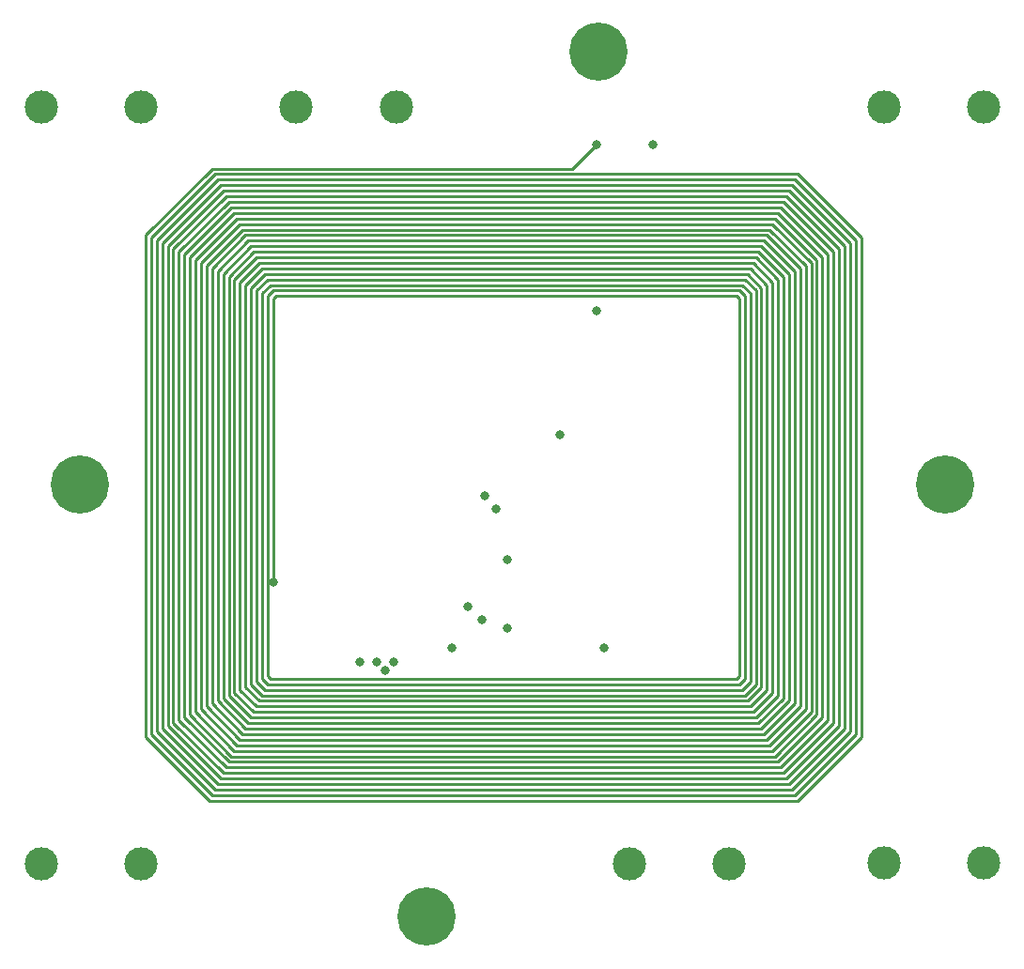
<source format=gbr>
%TF.GenerationSoftware,KiCad,Pcbnew,(5.1.10)-1*%
%TF.CreationDate,2022-05-09T17:44:24-07:00*%
%TF.ProjectId,solar-panel-side-Z,736f6c61-722d-4706-916e-656c2d736964,1.0*%
%TF.SameCoordinates,Original*%
%TF.FileFunction,Copper,L3,Inr*%
%TF.FilePolarity,Positive*%
%FSLAX46Y46*%
G04 Gerber Fmt 4.6, Leading zero omitted, Abs format (unit mm)*
G04 Created by KiCad (PCBNEW (5.1.10)-1) date 2022-05-09 17:44:24*
%MOMM*%
%LPD*%
G01*
G04 APERTURE LIST*
%TA.AperFunction,ComponentPad*%
%ADD10C,5.250000*%
%TD*%
%TA.AperFunction,ComponentPad*%
%ADD11C,3.000000*%
%TD*%
%TA.AperFunction,ViaPad*%
%ADD12C,0.800000*%
%TD*%
%TA.AperFunction,Conductor*%
%ADD13C,0.250000*%
%TD*%
G04 APERTURE END LIST*
D10*
%TO.N,Net-(J5-Pad1)*%
%TO.C,J5*%
X188500000Y-85000000D03*
%TD*%
%TO.N,Net-(J4-Pad1)*%
%TO.C,J4*%
X157250000Y-46000000D03*
%TD*%
%TO.N,Net-(J3-Pad1)*%
%TO.C,J3*%
X141750000Y-124000000D03*
%TD*%
%TO.N,Net-(J2-Pad1)*%
%TO.C,J2*%
X110500000Y-85000000D03*
%TD*%
D11*
%TO.N,Net-(SC5-Pad2)*%
%TO.C,SC5*%
X191952000Y-51008000D03*
%TO.N,Net-(D3-Pad2)*%
X182952000Y-51008000D03*
%TD*%
%TO.N,Net-(SC3-Pad2)*%
%TO.C,SC4*%
X169000000Y-119250000D03*
%TO.N,GND*%
X160000000Y-119250000D03*
%TD*%
%TO.N,Net-(SC5-Pad2)*%
%TO.C,SC6*%
X191952000Y-119172000D03*
%TO.N,GND*%
X182952000Y-119172000D03*
%TD*%
%TO.N,Net-(D2-Pad2)*%
%TO.C,SC3*%
X130000000Y-51000000D03*
%TO.N,Net-(SC3-Pad2)*%
X139000000Y-51000000D03*
%TD*%
%TO.N,GND*%
%TO.C,SC2*%
X107006000Y-119250000D03*
%TO.N,Net-(SC1-Pad2)*%
X116006000Y-119250000D03*
%TD*%
%TO.N,Net-(SC1-Pad2)*%
%TO.C,SC1*%
X116006000Y-51008000D03*
%TO.N,Net-(D1-Pad2)*%
X107006000Y-51008000D03*
%TD*%
D12*
%TO.N,GND*%
X138000000Y-101750000D03*
X157110000Y-69390000D03*
X153750000Y-80500000D03*
%TO.N,+3V3*%
X138750000Y-101000000D03*
X149000000Y-97950010D03*
X149000000Y-91750000D03*
%TO.N,VSOLAR*%
X157750000Y-99750000D03*
X144000000Y-99750000D03*
%TO.N,SDA*%
X135750000Y-101000000D03*
X145500000Y-96000000D03*
X147000000Y-86000000D03*
%TO.N,SCL*%
X146750000Y-97250000D03*
X137250000Y-101000000D03*
X148000000Y-87250000D03*
%TO.N,Net-(U2-Pad6)*%
X162110000Y-54352000D03*
X157030000Y-54352000D03*
X127924000Y-93782000D03*
%TD*%
D13*
%TO.N,Net-(U2-Pad6)*%
X127924000Y-93782000D02*
X127924000Y-93782000D01*
X122424000Y-65532000D02*
X125424000Y-62532000D01*
X123924000Y-59532000D02*
X173924000Y-59532000D01*
X124924000Y-66782000D02*
X126674000Y-65032000D01*
X171174000Y-65032000D02*
X172924000Y-66782000D01*
X178924000Y-63782000D02*
X178924000Y-106782000D01*
X173924000Y-111032000D02*
X123424000Y-111032000D01*
X172424000Y-67032000D02*
X172424000Y-103532000D01*
X179924000Y-63282000D02*
X179924000Y-107282000D01*
X122424000Y-104782000D02*
X122424000Y-65532000D01*
X119424000Y-106282000D02*
X119424000Y-64032000D01*
X120924000Y-64782000D02*
X124674000Y-61032000D01*
X175924000Y-105282000D02*
X172674000Y-108532000D01*
X124174000Y-60032000D02*
X173674000Y-60032000D01*
X116924000Y-62782000D02*
X122674000Y-57032000D01*
X123924000Y-110032000D02*
X119924000Y-106032000D01*
X179924000Y-107282000D02*
X174674000Y-112532000D01*
X125174000Y-107532000D02*
X122424000Y-104782000D01*
X122924000Y-112032000D02*
X117924000Y-107032000D01*
X178424000Y-64032000D02*
X178424000Y-106532000D01*
X173924000Y-59532000D02*
X178424000Y-64032000D01*
X126174000Y-105532000D02*
X124424000Y-103782000D01*
X119924000Y-106032000D02*
X119924000Y-64282000D01*
X177924000Y-106282000D02*
X173674000Y-110532000D01*
X172424000Y-103532000D02*
X170924000Y-105032000D01*
X124924000Y-103532000D02*
X124924000Y-66782000D01*
X180924000Y-107782000D02*
X175174000Y-113532000D01*
X123674000Y-110532000D02*
X119424000Y-106282000D01*
X117924000Y-63282000D02*
X123174000Y-58032000D01*
X172924000Y-103782000D02*
X171174000Y-105532000D01*
X122674000Y-57032000D02*
X175174000Y-57032000D01*
X173174000Y-61032000D02*
X176924000Y-64782000D01*
X174924000Y-65782000D02*
X174924000Y-104782000D01*
X170924000Y-65532000D02*
X172424000Y-67032000D01*
X170924000Y-105032000D02*
X126424000Y-105032000D01*
X174424000Y-58532000D02*
X179424000Y-63532000D01*
X126674000Y-65032000D02*
X171174000Y-65032000D01*
X122174000Y-113532000D02*
X116424000Y-107782000D01*
X126174000Y-64032000D02*
X171674000Y-64032000D01*
X122674000Y-112532000D02*
X117424000Y-107282000D01*
X126424000Y-105032000D02*
X124924000Y-103532000D01*
X126924000Y-65532000D02*
X170924000Y-65532000D01*
X171924000Y-67282000D02*
X171924000Y-103282000D01*
X116424000Y-62532000D02*
X122424000Y-56532000D01*
X121424000Y-105282000D02*
X121424000Y-65032000D01*
X125424000Y-67032000D02*
X126924000Y-65532000D01*
X177924000Y-64282000D02*
X177924000Y-106282000D01*
X123424000Y-66032000D02*
X125924000Y-63532000D01*
X119424000Y-64032000D02*
X123924000Y-59532000D01*
X125424000Y-103282000D02*
X125424000Y-67032000D01*
X170674000Y-104532000D02*
X126674000Y-104532000D01*
X118924000Y-63782000D02*
X123674000Y-59032000D01*
X173674000Y-60032000D02*
X177924000Y-64282000D01*
X127924000Y-67532000D02*
X169924000Y-67532000D01*
X175424000Y-105032000D02*
X172424000Y-108032000D01*
X126924000Y-104032000D02*
X125924000Y-103032000D01*
X174424000Y-104532000D02*
X171924000Y-107032000D01*
X127424000Y-102282000D02*
X127424000Y-68032000D01*
X169924000Y-68282000D02*
X169924000Y-102282000D01*
X173924000Y-66282000D02*
X173924000Y-104282000D01*
X178424000Y-106532000D02*
X173924000Y-111032000D01*
X127924000Y-68282000D02*
X128174000Y-68032000D01*
X118924000Y-106532000D02*
X118924000Y-63782000D01*
X124424000Y-60532000D02*
X173424000Y-60532000D01*
X127424000Y-68032000D02*
X127924000Y-67532000D01*
X169924000Y-67532000D02*
X170424000Y-68032000D01*
X170924000Y-67782000D02*
X170924000Y-102782000D01*
X118424000Y-106782000D02*
X118424000Y-63532000D01*
X171674000Y-106532000D02*
X125674000Y-106532000D01*
X123174000Y-58032000D02*
X174674000Y-58032000D01*
X178924000Y-106782000D02*
X174174000Y-111532000D01*
X170674000Y-66032000D02*
X171924000Y-67282000D01*
X126924000Y-67782000D02*
X127674000Y-67032000D01*
X179424000Y-107032000D02*
X174424000Y-112032000D01*
X171924000Y-63532000D02*
X174424000Y-66032000D01*
X174174000Y-111532000D02*
X123174000Y-111532000D01*
X172674000Y-108532000D02*
X124674000Y-108532000D01*
X128174000Y-68032000D02*
X169674000Y-68032000D01*
X170424000Y-104032000D02*
X126924000Y-104032000D01*
X127174000Y-66032000D02*
X170674000Y-66032000D01*
X123424000Y-104282000D02*
X123424000Y-66032000D01*
X174674000Y-112532000D02*
X122674000Y-112532000D01*
X180924000Y-62782000D02*
X180924000Y-107782000D01*
X169924000Y-102282000D02*
X169674000Y-102532000D01*
X172924000Y-66782000D02*
X172924000Y-103782000D01*
X173924000Y-104282000D02*
X171674000Y-106532000D01*
X177424000Y-106032000D02*
X173424000Y-110032000D01*
X116924000Y-107532000D02*
X116924000Y-62782000D01*
X171674000Y-64032000D02*
X173924000Y-66282000D01*
X180424000Y-63032000D02*
X180424000Y-107532000D01*
X175424000Y-65532000D02*
X175424000Y-105032000D01*
X123424000Y-58532000D02*
X174424000Y-58532000D01*
X122924000Y-104532000D02*
X122924000Y-65782000D01*
X171424000Y-106032000D02*
X125924000Y-106032000D01*
X174424000Y-112032000D02*
X122924000Y-112032000D01*
X174674000Y-58032000D02*
X179924000Y-63282000D01*
X169674000Y-102532000D02*
X127674000Y-102532000D01*
X179424000Y-63532000D02*
X179424000Y-107032000D01*
X174924000Y-57532000D02*
X180424000Y-63032000D01*
X170424000Y-68032000D02*
X170424000Y-102532000D01*
X127674000Y-102532000D02*
X127424000Y-102282000D01*
X126424000Y-64532000D02*
X171424000Y-64532000D01*
X173424000Y-66532000D02*
X173424000Y-104032000D01*
X127174000Y-103532000D02*
X126424000Y-102782000D01*
X124924000Y-108032000D02*
X121924000Y-105032000D01*
X125174000Y-62032000D02*
X172674000Y-62032000D01*
X175174000Y-113532000D02*
X122174000Y-113532000D01*
X122424000Y-113032000D02*
X116924000Y-107532000D01*
X125924000Y-67282000D02*
X127174000Y-66032000D01*
X171174000Y-105532000D02*
X126174000Y-105532000D01*
X125924000Y-63532000D02*
X171924000Y-63532000D01*
X124424000Y-66532000D02*
X126424000Y-64532000D01*
X124424000Y-103782000D02*
X124424000Y-66532000D01*
X171424000Y-103032000D02*
X170424000Y-104032000D01*
X117924000Y-107032000D02*
X117924000Y-63282000D01*
X173424000Y-110032000D02*
X123924000Y-110032000D01*
X169924000Y-103032000D02*
X127424000Y-103032000D01*
X124674000Y-61032000D02*
X173174000Y-61032000D01*
X125424000Y-62532000D02*
X172424000Y-62532000D01*
X127424000Y-103032000D02*
X126924000Y-102532000D01*
X122924000Y-57532000D02*
X174924000Y-57532000D01*
X121924000Y-105032000D02*
X121924000Y-65282000D01*
X174174000Y-59032000D02*
X178924000Y-63782000D01*
X171424000Y-67532000D02*
X171424000Y-103032000D01*
X124424000Y-109032000D02*
X120924000Y-105532000D01*
X125674000Y-106532000D02*
X123424000Y-104282000D01*
X127674000Y-67032000D02*
X170174000Y-67032000D01*
X126924000Y-102532000D02*
X126924000Y-67782000D01*
X125924000Y-106032000D02*
X123924000Y-104032000D01*
X175174000Y-57032000D02*
X180924000Y-62782000D01*
X172174000Y-107532000D02*
X125174000Y-107532000D01*
X172174000Y-63032000D02*
X174924000Y-65782000D01*
X125424000Y-107032000D02*
X122924000Y-104532000D01*
X170174000Y-67032000D02*
X170924000Y-67782000D01*
X172424000Y-108032000D02*
X124924000Y-108032000D01*
X180424000Y-107532000D02*
X174924000Y-113032000D01*
X126424000Y-67532000D02*
X127424000Y-66532000D01*
X122924000Y-65782000D02*
X125674000Y-63032000D01*
X127424000Y-66532000D02*
X170424000Y-66532000D01*
X170424000Y-66532000D02*
X171424000Y-67532000D01*
X169674000Y-68032000D02*
X169924000Y-68282000D01*
X123174000Y-111532000D02*
X118424000Y-106782000D01*
X177424000Y-64532000D02*
X177424000Y-106032000D01*
X123424000Y-111032000D02*
X118924000Y-106532000D01*
X171424000Y-64532000D02*
X173424000Y-66532000D01*
X120424000Y-105782000D02*
X120424000Y-64532000D01*
X123924000Y-104032000D02*
X123924000Y-66282000D01*
X123924000Y-66282000D02*
X126174000Y-64032000D01*
X126674000Y-104532000D02*
X125424000Y-103282000D01*
X173674000Y-110532000D02*
X123674000Y-110532000D01*
X176924000Y-105782000D02*
X173174000Y-109532000D01*
X173424000Y-60532000D02*
X177424000Y-64532000D01*
X126424000Y-102782000D02*
X126424000Y-67532000D01*
X172924000Y-109032000D02*
X124424000Y-109032000D01*
X171924000Y-107032000D02*
X125424000Y-107032000D01*
X173174000Y-109532000D02*
X124174000Y-109532000D01*
X121924000Y-65282000D02*
X125174000Y-62032000D01*
X172924000Y-61532000D02*
X176424000Y-65032000D01*
X117424000Y-63032000D02*
X122924000Y-57532000D01*
X171924000Y-103282000D02*
X170674000Y-104532000D01*
X127924000Y-93782000D02*
X127924000Y-68282000D01*
X121424000Y-65032000D02*
X124924000Y-61532000D01*
X176924000Y-64782000D02*
X176924000Y-105782000D01*
X174924000Y-104782000D02*
X172174000Y-107532000D01*
X174424000Y-66032000D02*
X174424000Y-104532000D01*
X125674000Y-63032000D02*
X172174000Y-63032000D01*
X170924000Y-102782000D02*
X170174000Y-103532000D01*
X123674000Y-59032000D02*
X174174000Y-59032000D01*
X120924000Y-105532000D02*
X120924000Y-64782000D01*
X118424000Y-63532000D02*
X123424000Y-58532000D01*
X119924000Y-64282000D02*
X124174000Y-60032000D01*
X120424000Y-64532000D02*
X124424000Y-60532000D01*
X173424000Y-104032000D02*
X171424000Y-106032000D01*
X116424000Y-107782000D02*
X116424000Y-62532000D01*
X172424000Y-62532000D02*
X175424000Y-65532000D01*
X174924000Y-113032000D02*
X122424000Y-113032000D01*
X170174000Y-103532000D02*
X127174000Y-103532000D01*
X117424000Y-107282000D02*
X117424000Y-63032000D01*
X170424000Y-102532000D02*
X169924000Y-103032000D01*
X124924000Y-61532000D02*
X172924000Y-61532000D01*
X124174000Y-109532000D02*
X120424000Y-105782000D01*
X153622000Y-56532000D02*
X154850000Y-56532000D01*
X175924000Y-65282000D02*
X175924000Y-105282000D01*
X176424000Y-65032000D02*
X176424000Y-105532000D01*
X172674000Y-62032000D02*
X175924000Y-65282000D01*
X152818000Y-56532000D02*
X153622000Y-56532000D01*
X154850000Y-56532000D02*
X157030000Y-54352000D01*
X124674000Y-108532000D02*
X121424000Y-105282000D01*
X125924000Y-103032000D02*
X125924000Y-67282000D01*
X176424000Y-105532000D02*
X172924000Y-109032000D01*
X122424000Y-56532000D02*
X153622000Y-56532000D01*
X127924000Y-93782000D02*
X127924000Y-93782000D01*
%TD*%
M02*

</source>
